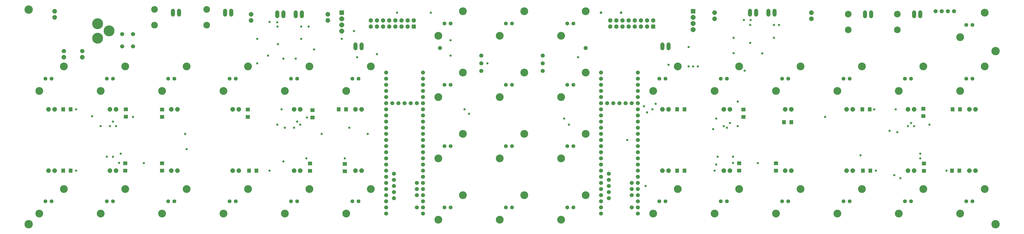
<source format=gbr>
G04 EAGLE Gerber RS-274X export*
G75*
%MOMM*%
%FSLAX34Y34*%
%LPD*%
%INSoldermask Top*%
%IPPOS*%
%AMOC8*
5,1,8,0,0,1.08239X$1,22.5*%
G01*
%ADD10C,3.467200*%
%ADD11C,1.676400*%
%ADD12C,1.601200*%
%ADD13C,3.218200*%
%ADD14P,2.034460X8X22.500000*%
%ADD15P,2.034460X8X202.500000*%
%ADD16P,1.951982X8X292.500000*%
%ADD17C,1.803400*%
%ADD18C,4.521200*%
%ADD19P,2.034460X8X112.500000*%
%ADD20C,1.727200*%
%ADD21R,1.503200X1.803200*%
%ADD22R,1.803200X1.503200*%
%ADD23R,1.727200X1.727200*%
%ADD24P,1.869504X8X112.500000*%
%ADD25P,2.144431X8X202.500000*%
%ADD26R,1.981200X1.981200*%
%ADD27C,2.743200*%
%ADD28C,1.703200*%
%ADD29C,0.959600*%
%ADD30P,1.038661X8X22.500000*%


D10*
X31750Y31750D03*
X31750Y920750D03*
X4032250Y31750D03*
X4032250Y749300D03*
D11*
X1511300Y127000D03*
X1511300Y152400D03*
X1511300Y177800D03*
X1511300Y203200D03*
X1511300Y228600D03*
X1511300Y254000D03*
X1511300Y279400D03*
X1511300Y304800D03*
X1511300Y330200D03*
X1511300Y355600D03*
X1511300Y381000D03*
X1511300Y406400D03*
X1663700Y406400D03*
X1663700Y381000D03*
X1663700Y355600D03*
X1663700Y330200D03*
X1663700Y304800D03*
X1663700Y279400D03*
X1663700Y254000D03*
X1663700Y228600D03*
X1663700Y203200D03*
X1663700Y177800D03*
X1663700Y152400D03*
X1511300Y101600D03*
X1663700Y127000D03*
X1663700Y101600D03*
X1511300Y76200D03*
X1663700Y76200D03*
X1511300Y431800D03*
X1663700Y431800D03*
X1511300Y457200D03*
X1511300Y482600D03*
X1511300Y508000D03*
X1511300Y533400D03*
X1511300Y558800D03*
X1511300Y584200D03*
X1511300Y609600D03*
X1511300Y635000D03*
X1511300Y660400D03*
X1663700Y660400D03*
X1663700Y635000D03*
X1663700Y609600D03*
X1663700Y584200D03*
X1663700Y558800D03*
X1663700Y533400D03*
X1663700Y508000D03*
X1663700Y482600D03*
X1663700Y457200D03*
X1536700Y533400D03*
X1587500Y533400D03*
X1612900Y533400D03*
X1562100Y533400D03*
X1638300Y533400D03*
X1638300Y101600D03*
X1638300Y152400D03*
X1638300Y177800D03*
X1638300Y203200D03*
X1543050Y139700D03*
X1543050Y165100D03*
X1543050Y190500D03*
X1543050Y215900D03*
X1543050Y241300D03*
D12*
X127000Y635000D03*
X101600Y635000D03*
D13*
X76200Y584200D03*
X177800Y685800D03*
D12*
X381000Y635000D03*
X355600Y635000D03*
D13*
X330200Y584200D03*
X431800Y685800D03*
D12*
X889000Y635000D03*
X863600Y635000D03*
D13*
X838200Y584200D03*
X939800Y685800D03*
D12*
X1397000Y635000D03*
X1371600Y635000D03*
D13*
X1346200Y584200D03*
X1447800Y685800D03*
D12*
X635000Y635000D03*
X609600Y635000D03*
D13*
X584200Y584200D03*
X685800Y685800D03*
D12*
X1143000Y635000D03*
X1117600Y635000D03*
D13*
X1092200Y584200D03*
X1193800Y685800D03*
D12*
X1778000Y863600D03*
X1752600Y863600D03*
D13*
X1727200Y812800D03*
X1828800Y914400D03*
D12*
X1778000Y609600D03*
X1752600Y609600D03*
D13*
X1727200Y558800D03*
X1828800Y660400D03*
D12*
X1778000Y355600D03*
X1752600Y355600D03*
D13*
X1727200Y304800D03*
X1828800Y406400D03*
D12*
X1778000Y101600D03*
X1752600Y101600D03*
D13*
X1727200Y50800D03*
X1828800Y152400D03*
D14*
X114300Y508000D03*
X139700Y508000D03*
X368300Y508000D03*
X393700Y508000D03*
X876300Y508000D03*
X901700Y508000D03*
D15*
X1409700Y508000D03*
X1384300Y508000D03*
X647700Y508000D03*
X622300Y508000D03*
D14*
X1130300Y508000D03*
X1155700Y508000D03*
D16*
X254000Y723900D03*
D17*
X254000Y749300D03*
D16*
X177800Y723900D03*
D17*
X177800Y749300D03*
D18*
X317500Y802800D03*
X317500Y862800D03*
X364500Y832800D03*
D19*
X139700Y889000D03*
X139700Y914400D03*
D12*
X127000Y127000D03*
X101600Y127000D03*
D13*
X76200Y76200D03*
X177800Y177800D03*
D12*
X381000Y127000D03*
X355600Y127000D03*
D13*
X330200Y76200D03*
X431800Y177800D03*
D12*
X635000Y127000D03*
X609600Y127000D03*
D13*
X584200Y76200D03*
X685800Y177800D03*
D12*
X889000Y127000D03*
X863600Y127000D03*
D13*
X838200Y76200D03*
X939800Y177800D03*
D12*
X1143000Y127000D03*
X1117600Y127000D03*
D13*
X1092200Y76200D03*
X1193800Y177800D03*
D12*
X1397000Y127000D03*
X1371600Y127000D03*
D13*
X1346200Y76200D03*
X1447800Y177800D03*
D14*
X114300Y254000D03*
X139700Y254000D03*
X368300Y254000D03*
X393700Y254000D03*
D15*
X647700Y254000D03*
X622300Y254000D03*
D14*
X876300Y254000D03*
X901700Y254000D03*
X1130300Y254000D03*
X1155700Y254000D03*
D15*
X1409700Y254000D03*
X1384300Y254000D03*
D20*
X628650Y900430D02*
X628650Y915670D01*
X654050Y915670D02*
X654050Y900430D01*
X844550Y900430D02*
X844550Y915670D01*
X869950Y915670D02*
X869950Y900430D01*
D21*
X175260Y508000D03*
X205740Y508000D03*
D22*
X434340Y508000D03*
X434340Y477520D03*
X938530Y506730D03*
X938530Y476250D03*
D21*
X1344930Y508000D03*
X1314450Y508000D03*
D22*
X584200Y506730D03*
X584200Y476250D03*
X1206500Y504190D03*
X1206500Y473710D03*
D21*
X175260Y254000D03*
X205740Y254000D03*
D22*
X431800Y254000D03*
X431800Y284480D03*
X584200Y254000D03*
X584200Y284480D03*
D21*
X943610Y254000D03*
X974090Y254000D03*
D22*
X1196340Y252730D03*
X1196340Y283210D03*
X1339850Y251460D03*
X1339850Y281940D03*
D23*
X1625600Y850900D03*
D24*
X1625600Y876300D03*
X1600200Y850900D03*
X1600200Y876300D03*
X1574800Y850900D03*
X1574800Y876300D03*
X1549400Y850900D03*
X1549400Y876300D03*
X1524000Y850900D03*
X1524000Y876300D03*
X1498600Y850900D03*
X1498600Y876300D03*
X1473200Y850900D03*
X1473200Y876300D03*
X1447800Y850900D03*
X1447800Y876300D03*
D20*
X1136650Y894080D02*
X1136650Y909320D01*
X1162050Y909320D02*
X1162050Y894080D01*
X1060450Y894080D02*
X1060450Y909320D01*
X1085850Y909320D02*
X1085850Y894080D01*
D12*
X3937000Y857250D03*
X3911600Y857250D03*
D13*
X3886200Y806450D03*
X3987800Y908050D03*
D19*
X1270000Y876300D03*
X1270000Y901700D03*
X952500Y876300D03*
X952500Y901700D03*
D11*
X2400300Y127000D03*
X2400300Y152400D03*
X2400300Y177800D03*
X2400300Y203200D03*
X2400300Y228600D03*
X2400300Y254000D03*
X2400300Y279400D03*
X2400300Y304800D03*
X2400300Y330200D03*
X2400300Y355600D03*
X2400300Y381000D03*
X2400300Y406400D03*
X2552700Y406400D03*
X2552700Y381000D03*
X2552700Y355600D03*
X2552700Y330200D03*
X2552700Y304800D03*
X2552700Y279400D03*
X2552700Y254000D03*
X2552700Y228600D03*
X2552700Y203200D03*
X2552700Y177800D03*
X2552700Y152400D03*
X2400300Y101600D03*
X2552700Y127000D03*
X2552700Y101600D03*
X2400300Y76200D03*
X2552700Y76200D03*
X2400300Y431800D03*
X2552700Y431800D03*
X2400300Y457200D03*
X2400300Y482600D03*
X2400300Y508000D03*
X2400300Y533400D03*
X2400300Y558800D03*
X2400300Y584200D03*
X2400300Y609600D03*
X2400300Y635000D03*
X2400300Y660400D03*
X2552700Y660400D03*
X2552700Y635000D03*
X2552700Y609600D03*
X2552700Y584200D03*
X2552700Y558800D03*
X2552700Y533400D03*
X2552700Y508000D03*
X2552700Y482600D03*
X2552700Y457200D03*
X2425700Y533400D03*
X2476500Y533400D03*
X2501900Y533400D03*
X2451100Y533400D03*
X2527300Y533400D03*
X2527300Y101600D03*
X2527300Y152400D03*
X2527300Y177800D03*
X2527300Y203200D03*
X2432050Y139700D03*
X2432050Y165100D03*
X2432050Y190500D03*
X2432050Y215900D03*
X2432050Y241300D03*
D12*
X2667000Y635000D03*
X2641600Y635000D03*
D13*
X2616200Y584200D03*
X2717800Y685800D03*
D12*
X3175000Y635000D03*
X3149600Y635000D03*
D13*
X3124200Y584200D03*
X3225800Y685800D03*
D12*
X2921000Y635000D03*
X2895600Y635000D03*
D13*
X2870200Y584200D03*
X2971800Y685800D03*
D12*
X3429000Y635000D03*
X3403600Y635000D03*
D13*
X3378200Y584200D03*
X3479800Y685800D03*
D12*
X3937000Y635000D03*
X3911600Y635000D03*
D13*
X3886200Y584200D03*
X3987800Y685800D03*
D12*
X3683000Y635000D03*
X3657600Y635000D03*
D13*
X3632200Y584200D03*
X3733800Y685800D03*
D12*
X2286000Y863600D03*
X2260600Y863600D03*
D13*
X2235200Y812800D03*
X2336800Y914400D03*
D12*
X2286000Y609600D03*
X2260600Y609600D03*
D13*
X2235200Y558800D03*
X2336800Y660400D03*
D12*
X2286000Y355600D03*
X2260600Y355600D03*
D13*
X2235200Y304800D03*
X2336800Y406400D03*
D12*
X2286000Y101600D03*
X2260600Y101600D03*
D13*
X2235200Y50800D03*
X2336800Y152400D03*
D14*
X2654300Y508000D03*
X2679700Y508000D03*
X3162300Y508000D03*
X3187700Y508000D03*
X2908300Y508000D03*
X2933700Y508000D03*
X3416300Y508000D03*
X3441700Y508000D03*
D15*
X3949700Y508000D03*
X3924300Y508000D03*
D14*
X3670300Y508000D03*
X3695700Y508000D03*
D12*
X2667000Y127000D03*
X2641600Y127000D03*
D13*
X2616200Y76200D03*
X2717800Y177800D03*
D12*
X2921000Y127000D03*
X2895600Y127000D03*
D13*
X2870200Y76200D03*
X2971800Y177800D03*
D12*
X3175000Y127000D03*
X3149600Y127000D03*
D13*
X3124200Y76200D03*
X3225800Y177800D03*
D12*
X3429000Y127000D03*
X3403600Y127000D03*
D13*
X3378200Y76200D03*
X3479800Y177800D03*
D12*
X3683000Y127000D03*
X3657600Y127000D03*
D13*
X3632200Y76200D03*
X3733800Y177800D03*
D12*
X3937000Y127000D03*
X3911600Y127000D03*
D13*
X3886200Y76200D03*
X3987800Y177800D03*
D14*
X2654300Y254000D03*
X2679700Y254000D03*
X2908300Y254000D03*
X2933700Y254000D03*
D15*
X3187700Y254000D03*
X3162300Y254000D03*
D14*
X3416300Y254000D03*
X3441700Y254000D03*
X3670300Y254000D03*
X3695700Y254000D03*
D15*
X3949700Y254000D03*
X3924300Y254000D03*
D20*
X3492500Y894080D02*
X3492500Y909320D01*
X3517900Y909320D02*
X3517900Y894080D01*
X3695700Y894080D02*
X3695700Y909320D01*
X3721100Y909320D02*
X3721100Y894080D01*
D21*
X2715260Y508000D03*
X2745740Y508000D03*
X3187700Y454660D03*
X3157220Y454660D03*
D22*
X2989580Y506730D03*
X2989580Y476250D03*
D21*
X3481070Y508000D03*
X3511550Y508000D03*
X3884930Y508000D03*
X3854450Y508000D03*
D22*
X3733800Y510540D03*
X3733800Y480060D03*
D21*
X2715260Y254000D03*
X2745740Y254000D03*
D22*
X2971800Y254000D03*
X2971800Y284480D03*
X3124200Y254000D03*
X3124200Y284480D03*
D21*
X3483610Y254000D03*
X3514090Y254000D03*
D22*
X3736340Y252730D03*
X3736340Y283210D03*
D21*
X3882390Y254000D03*
X3851910Y254000D03*
D23*
X2616200Y850900D03*
D24*
X2616200Y876300D03*
X2590800Y850900D03*
X2590800Y876300D03*
X2565400Y850900D03*
X2565400Y876300D03*
X2540000Y850900D03*
X2540000Y876300D03*
X2514600Y850900D03*
X2514600Y876300D03*
X2489200Y850900D03*
X2489200Y876300D03*
X2463800Y850900D03*
X2463800Y876300D03*
X2438400Y850900D03*
X2438400Y876300D03*
D20*
X3092450Y900430D02*
X3092450Y915670D01*
X3117850Y915670D02*
X3117850Y900430D01*
X3016250Y900430D02*
X3016250Y915670D01*
X3041650Y915670D02*
X3041650Y900430D01*
D19*
X3270250Y882650D03*
X3270250Y908050D03*
X2870200Y882650D03*
X2870200Y908050D03*
D20*
X1384300Y775970D02*
X1384300Y760730D01*
X1409700Y760730D02*
X1409700Y775970D01*
X2654300Y775970D02*
X2654300Y760730D01*
X2679700Y760730D02*
X2679700Y775970D01*
D25*
X1327150Y882650D03*
D26*
X1327150Y908050D03*
D25*
X1327150Y857250D03*
X1327150Y831850D03*
X2781300Y889000D03*
D26*
X2781300Y914400D03*
D25*
X2781300Y863600D03*
X2781300Y838200D03*
D12*
X2032000Y863600D03*
X2006600Y863600D03*
D13*
X1981200Y812800D03*
X2082800Y914400D03*
D12*
X2032000Y609600D03*
X2006600Y609600D03*
D13*
X1981200Y558800D03*
X2082800Y660400D03*
D12*
X2032000Y355600D03*
X2006600Y355600D03*
D13*
X1981200Y304800D03*
X2082800Y406400D03*
D12*
X2032000Y101600D03*
X2006600Y101600D03*
D13*
X1981200Y50800D03*
X2082800Y152400D03*
D27*
X768350Y856500D03*
X768350Y921500D03*
X3625850Y837450D03*
X3625850Y902450D03*
X552450Y856500D03*
X552450Y921500D03*
X3422650Y837450D03*
X3422650Y902450D03*
D28*
X419100Y819150D03*
X463550Y819150D03*
X3835400Y914400D03*
X3810000Y914400D03*
D29*
X381000Y457200D03*
X1183640Y473710D03*
D28*
X2336800Y762000D03*
X1733550Y762000D03*
X419100Y768350D03*
X3784600Y914400D03*
D29*
X228600Y254000D03*
X406400Y285750D03*
X508635Y285115D03*
X1028700Y254000D03*
X1181100Y304800D03*
X1339850Y304800D03*
X1092200Y431800D03*
X1130300Y431800D03*
X977900Y698500D03*
X1358900Y431800D03*
X228600Y508000D03*
X330200Y438150D03*
X368300Y438150D03*
X1778000Y730250D03*
X1778000Y793750D03*
X1159510Y850900D03*
X1159510Y800100D03*
X1435100Y406400D03*
X393700Y438150D03*
X679450Y406400D03*
X1244600Y406400D03*
X1061720Y850900D03*
X1062990Y777900D03*
X1155700Y444500D03*
X1060450Y868680D03*
X1028700Y869950D03*
X3530600Y508000D03*
X2876550Y279400D03*
X2946400Y285750D03*
X3048635Y285115D03*
X3536950Y254000D03*
X3721100Y304800D03*
X3829050Y254000D03*
X2876550Y469900D03*
X2679700Y692150D03*
X3018790Y877570D03*
X2990850Y877570D03*
X3695700Y438150D03*
X3670300Y438150D03*
X3619500Y508000D03*
X3721100Y323850D03*
X3638550Y222250D03*
X3115310Y857250D03*
X2762250Y765810D03*
X3115310Y803910D03*
X2863850Y425450D03*
X2762250Y685800D03*
X3017520Y857250D03*
X3017520Y782980D03*
X2994660Y668020D03*
X2933700Y450850D03*
X2578100Y520700D03*
X2590800Y495300D03*
X2965450Y539750D03*
X2508250Y381000D03*
X3625850Y412750D03*
X2908300Y438150D03*
X3327400Y476250D03*
X2305050Y723900D03*
X3613150Y234950D03*
X2948940Y803910D03*
X3594100Y419100D03*
D28*
X3860800Y914400D03*
D29*
X3136900Y857250D03*
X3067050Y739800D03*
X2948940Y740410D03*
X1390650Y723900D03*
X1327150Y800100D03*
X1473200Y736600D03*
X1377950Y831850D03*
X2800350Y685800D03*
X2612390Y508000D03*
X2626360Y530860D03*
X2781300Y685800D03*
D28*
X463550Y768350D03*
D29*
X294640Y478790D03*
X1078230Y508000D03*
X1189990Y850900D03*
X1136650Y717550D03*
X1085850Y717550D03*
X1212850Y755650D03*
X977900Y800100D03*
X1022350Y730250D03*
X1930400Y698500D03*
X1835150Y508000D03*
X1854200Y488950D03*
X2247900Y469900D03*
X2266950Y444500D03*
X1695450Y908050D03*
X1555750Y908050D03*
D28*
X1905000Y666750D03*
X1905000Y698500D03*
X1905000Y730250D03*
X2159000Y666750D03*
X2159000Y698500D03*
X2159000Y730250D03*
D30*
X2482850Y908050D03*
X2400300Y908050D03*
D29*
X355600Y311150D03*
X381000Y311150D03*
X412750Y323850D03*
X685800Y342900D03*
X1085850Y292100D03*
X463550Y476250D03*
X1143000Y457200D03*
X1060450Y444500D03*
X2921000Y431800D03*
X2965450Y438150D03*
X3473450Y317500D03*
X2946400Y311150D03*
X2870200Y254000D03*
X2584450Y190500D03*
X2882900Y311150D03*
X3759200Y444500D03*
X3683000Y450850D03*
M02*

</source>
